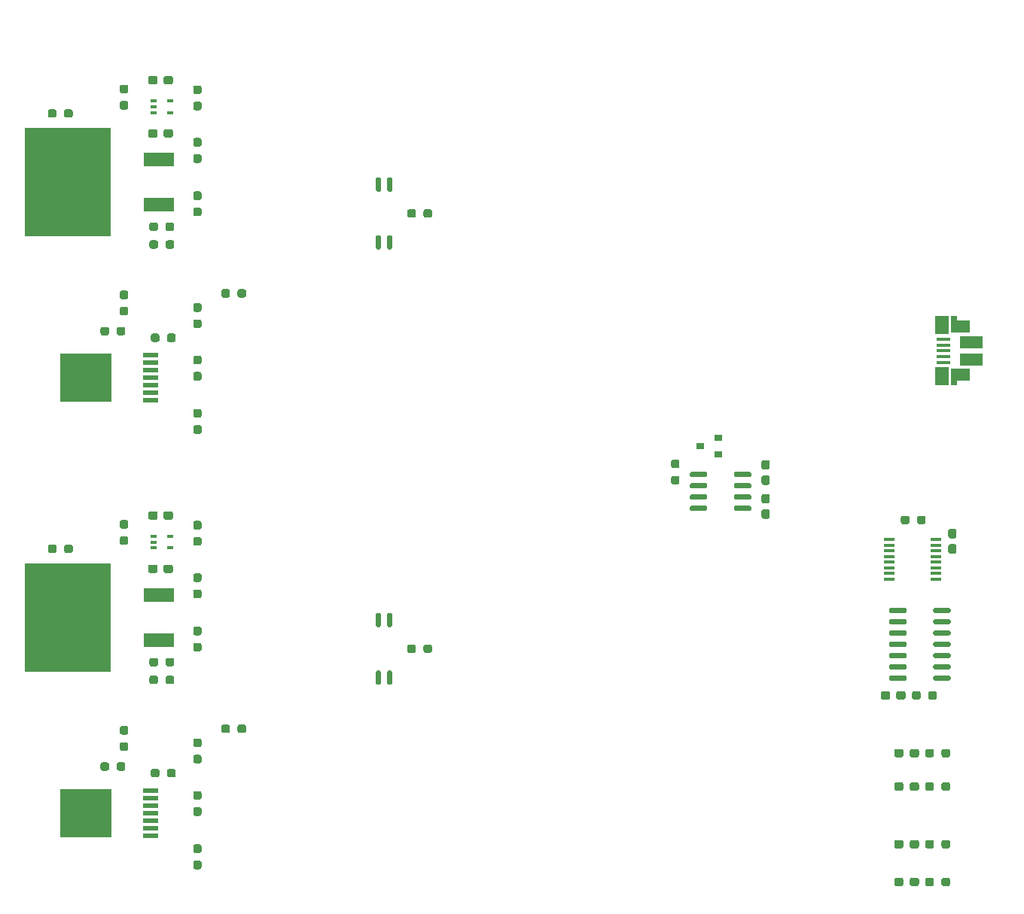
<source format=gbr>
%TF.GenerationSoftware,KiCad,Pcbnew,(5.1.10)-1*%
%TF.CreationDate,2021-11-13T17:44:38+00:00*%
%TF.ProjectId,voltmitten,766f6c74-6d69-4747-9465-6e2e6b696361,01*%
%TF.SameCoordinates,Original*%
%TF.FileFunction,Paste,Top*%
%TF.FilePolarity,Positive*%
%FSLAX46Y46*%
G04 Gerber Fmt 4.6, Leading zero omitted, Abs format (unit mm)*
G04 Created by KiCad (PCBNEW (5.1.10)-1) date 2021-11-13 17:44:38*
%MOMM*%
%LPD*%
G01*
G04 APERTURE LIST*
%ADD10R,0.650000X0.400000*%
%ADD11R,1.701800X0.558800*%
%ADD12R,5.867400X5.461000*%
%ADD13R,9.750000X12.200000*%
%ADD14R,3.500000X1.600000*%
%ADD15R,2.500000X1.430000*%
%ADD16R,1.650000X0.400000*%
%ADD17R,1.500000X2.000000*%
%ADD18R,0.700000X1.825000*%
%ADD19R,2.000000X1.350000*%
%ADD20R,0.900000X0.800000*%
%ADD21R,1.200000X0.400000*%
G04 APERTURE END LIST*
%TO.C,R7*%
G36*
G01*
X231732500Y-110907500D02*
X231732500Y-110432500D01*
G75*
G02*
X231970000Y-110195000I237500J0D01*
G01*
X232470000Y-110195000D01*
G75*
G02*
X232707500Y-110432500I0J-237500D01*
G01*
X232707500Y-110907500D01*
G75*
G02*
X232470000Y-111145000I-237500J0D01*
G01*
X231970000Y-111145000D01*
G75*
G02*
X231732500Y-110907500I0J237500D01*
G01*
G37*
G36*
G01*
X233557500Y-110907500D02*
X233557500Y-110432500D01*
G75*
G02*
X233795000Y-110195000I237500J0D01*
G01*
X234295000Y-110195000D01*
G75*
G02*
X234532500Y-110432500I0J-237500D01*
G01*
X234532500Y-110907500D01*
G75*
G02*
X234295000Y-111145000I-237500J0D01*
G01*
X233795000Y-111145000D01*
G75*
G02*
X233557500Y-110907500I0J237500D01*
G01*
G37*
%TD*%
%TO.C,C-1*%
G36*
G01*
X145832500Y-96657500D02*
X145832500Y-96182500D01*
G75*
G02*
X146070000Y-95945000I237500J0D01*
G01*
X146670000Y-95945000D01*
G75*
G02*
X146907500Y-96182500I0J-237500D01*
G01*
X146907500Y-96657500D01*
G75*
G02*
X146670000Y-96895000I-237500J0D01*
G01*
X146070000Y-96895000D01*
G75*
G02*
X145832500Y-96657500I0J237500D01*
G01*
G37*
G36*
G01*
X147557500Y-96657500D02*
X147557500Y-96182500D01*
G75*
G02*
X147795000Y-95945000I237500J0D01*
G01*
X148395000Y-95945000D01*
G75*
G02*
X148632500Y-96182500I0J-237500D01*
G01*
X148632500Y-96657500D01*
G75*
G02*
X148395000Y-96895000I-237500J0D01*
G01*
X147795000Y-96895000D01*
G75*
G02*
X147557500Y-96657500I0J237500D01*
G01*
G37*
%TD*%
%TO.C,C-2*%
G36*
G01*
X145832500Y-90657500D02*
X145832500Y-90182500D01*
G75*
G02*
X146070000Y-89945000I237500J0D01*
G01*
X146670000Y-89945000D01*
G75*
G02*
X146907500Y-90182500I0J-237500D01*
G01*
X146907500Y-90657500D01*
G75*
G02*
X146670000Y-90895000I-237500J0D01*
G01*
X146070000Y-90895000D01*
G75*
G02*
X145832500Y-90657500I0J237500D01*
G01*
G37*
G36*
G01*
X147557500Y-90657500D02*
X147557500Y-90182500D01*
G75*
G02*
X147795000Y-89945000I237500J0D01*
G01*
X148395000Y-89945000D01*
G75*
G02*
X148632500Y-90182500I0J-237500D01*
G01*
X148632500Y-90657500D01*
G75*
G02*
X148395000Y-90895000I-237500J0D01*
G01*
X147795000Y-90895000D01*
G75*
G02*
X147557500Y-90657500I0J237500D01*
G01*
G37*
%TD*%
%TO.C,R+1*%
G36*
G01*
X154057500Y-114657500D02*
X154057500Y-114182500D01*
G75*
G02*
X154295000Y-113945000I237500J0D01*
G01*
X154795000Y-113945000D01*
G75*
G02*
X155032500Y-114182500I0J-237500D01*
G01*
X155032500Y-114657500D01*
G75*
G02*
X154795000Y-114895000I-237500J0D01*
G01*
X154295000Y-114895000D01*
G75*
G02*
X154057500Y-114657500I0J237500D01*
G01*
G37*
G36*
G01*
X155882500Y-114657500D02*
X155882500Y-114182500D01*
G75*
G02*
X156120000Y-113945000I237500J0D01*
G01*
X156620000Y-113945000D01*
G75*
G02*
X156857500Y-114182500I0J-237500D01*
G01*
X156857500Y-114657500D01*
G75*
G02*
X156620000Y-114895000I-237500J0D01*
G01*
X156120000Y-114895000D01*
G75*
G02*
X155882500Y-114657500I0J237500D01*
G01*
G37*
%TD*%
%TO.C,R+2*%
G36*
G01*
X148932500Y-119182500D02*
X148932500Y-119657500D01*
G75*
G02*
X148695000Y-119895000I-237500J0D01*
G01*
X148195000Y-119895000D01*
G75*
G02*
X147957500Y-119657500I0J237500D01*
G01*
X147957500Y-119182500D01*
G75*
G02*
X148195000Y-118945000I237500J0D01*
G01*
X148695000Y-118945000D01*
G75*
G02*
X148932500Y-119182500I0J-237500D01*
G01*
G37*
G36*
G01*
X147107500Y-119182500D02*
X147107500Y-119657500D01*
G75*
G02*
X146870000Y-119895000I-237500J0D01*
G01*
X146370000Y-119895000D01*
G75*
G02*
X146132500Y-119657500I0J237500D01*
G01*
X146132500Y-119182500D01*
G75*
G02*
X146370000Y-118945000I237500J0D01*
G01*
X146870000Y-118945000D01*
G75*
G02*
X147107500Y-119182500I0J-237500D01*
G01*
G37*
%TD*%
%TO.C,R+A1*%
G36*
G01*
X151132500Y-127432500D02*
X151607500Y-127432500D01*
G75*
G02*
X151845000Y-127670000I0J-237500D01*
G01*
X151845000Y-128170000D01*
G75*
G02*
X151607500Y-128407500I-237500J0D01*
G01*
X151132500Y-128407500D01*
G75*
G02*
X150895000Y-128170000I0J237500D01*
G01*
X150895000Y-127670000D01*
G75*
G02*
X151132500Y-127432500I237500J0D01*
G01*
G37*
G36*
G01*
X151132500Y-129257500D02*
X151607500Y-129257500D01*
G75*
G02*
X151845000Y-129495000I0J-237500D01*
G01*
X151845000Y-129995000D01*
G75*
G02*
X151607500Y-130232500I-237500J0D01*
G01*
X151132500Y-130232500D01*
G75*
G02*
X150895000Y-129995000I0J237500D01*
G01*
X150895000Y-129495000D01*
G75*
G02*
X151132500Y-129257500I237500J0D01*
G01*
G37*
%TD*%
%TO.C,R-2*%
G36*
G01*
X148770000Y-108682500D02*
X148770000Y-109157500D01*
G75*
G02*
X148532500Y-109395000I-237500J0D01*
G01*
X148032500Y-109395000D01*
G75*
G02*
X147795000Y-109157500I0J237500D01*
G01*
X147795000Y-108682500D01*
G75*
G02*
X148032500Y-108445000I237500J0D01*
G01*
X148532500Y-108445000D01*
G75*
G02*
X148770000Y-108682500I0J-237500D01*
G01*
G37*
G36*
G01*
X146945000Y-108682500D02*
X146945000Y-109157500D01*
G75*
G02*
X146707500Y-109395000I-237500J0D01*
G01*
X146207500Y-109395000D01*
G75*
G02*
X145970000Y-109157500I0J237500D01*
G01*
X145970000Y-108682500D01*
G75*
G02*
X146207500Y-108445000I237500J0D01*
G01*
X146707500Y-108445000D01*
G75*
G02*
X146945000Y-108682500I0J-237500D01*
G01*
G37*
%TD*%
D10*
%TO.C,U-2*%
X146420000Y-92770000D03*
X146420000Y-94070000D03*
X146420000Y-93420000D03*
X148320000Y-94070000D03*
X148320000Y-92770000D03*
%TD*%
%TO.C,R-C1*%
G36*
G01*
X151607500Y-105732500D02*
X151132500Y-105732500D01*
G75*
G02*
X150895000Y-105495000I0J237500D01*
G01*
X150895000Y-104995000D01*
G75*
G02*
X151132500Y-104757500I237500J0D01*
G01*
X151607500Y-104757500D01*
G75*
G02*
X151845000Y-104995000I0J-237500D01*
G01*
X151845000Y-105495000D01*
G75*
G02*
X151607500Y-105732500I-237500J0D01*
G01*
G37*
G36*
G01*
X151607500Y-103907500D02*
X151132500Y-103907500D01*
G75*
G02*
X150895000Y-103670000I0J237500D01*
G01*
X150895000Y-103170000D01*
G75*
G02*
X151132500Y-102932500I237500J0D01*
G01*
X151607500Y-102932500D01*
G75*
G02*
X151845000Y-103170000I0J-237500D01*
G01*
X151845000Y-103670000D01*
G75*
G02*
X151607500Y-103907500I-237500J0D01*
G01*
G37*
%TD*%
%TO.C,U-1*%
G36*
G01*
X172867500Y-101370000D02*
X173142500Y-101370000D01*
G75*
G02*
X173280000Y-101507500I0J-137500D01*
G01*
X173280000Y-102832500D01*
G75*
G02*
X173142500Y-102970000I-137500J0D01*
G01*
X172867500Y-102970000D01*
G75*
G02*
X172730000Y-102832500I0J137500D01*
G01*
X172730000Y-101507500D01*
G75*
G02*
X172867500Y-101370000I137500J0D01*
G01*
G37*
G36*
G01*
X171597500Y-101370000D02*
X171872500Y-101370000D01*
G75*
G02*
X172010000Y-101507500I0J-137500D01*
G01*
X172010000Y-102832500D01*
G75*
G02*
X171872500Y-102970000I-137500J0D01*
G01*
X171597500Y-102970000D01*
G75*
G02*
X171460000Y-102832500I0J137500D01*
G01*
X171460000Y-101507500D01*
G75*
G02*
X171597500Y-101370000I137500J0D01*
G01*
G37*
G36*
G01*
X171597500Y-107870000D02*
X171872500Y-107870000D01*
G75*
G02*
X172010000Y-108007500I0J-137500D01*
G01*
X172010000Y-109332500D01*
G75*
G02*
X171872500Y-109470000I-137500J0D01*
G01*
X171597500Y-109470000D01*
G75*
G02*
X171460000Y-109332500I0J137500D01*
G01*
X171460000Y-108007500D01*
G75*
G02*
X171597500Y-107870000I137500J0D01*
G01*
G37*
G36*
G01*
X172867500Y-107870000D02*
X173142500Y-107870000D01*
G75*
G02*
X173280000Y-108007500I0J-137500D01*
G01*
X173280000Y-109332500D01*
G75*
G02*
X173142500Y-109470000I-137500J0D01*
G01*
X172867500Y-109470000D01*
G75*
G02*
X172730000Y-109332500I0J137500D01*
G01*
X172730000Y-108007500D01*
G75*
G02*
X172867500Y-107870000I137500J0D01*
G01*
G37*
%TD*%
D11*
%TO.C,U+1*%
X146072300Y-126470000D03*
X146072300Y-125619999D03*
X146072300Y-124770001D03*
X146072300Y-123920000D03*
X146072300Y-123069999D03*
X146072300Y-122220001D03*
X146072300Y-121370000D03*
D12*
X138858700Y-123920000D03*
%TD*%
D13*
%TO.C,Q-1*%
X136795000Y-101920000D03*
D14*
X147070000Y-104460000D03*
X147070000Y-99380000D03*
%TD*%
%TO.C,R+C1*%
G36*
G01*
X151132500Y-115520000D02*
X151607500Y-115520000D01*
G75*
G02*
X151845000Y-115757500I0J-237500D01*
G01*
X151845000Y-116257500D01*
G75*
G02*
X151607500Y-116495000I-237500J0D01*
G01*
X151132500Y-116495000D01*
G75*
G02*
X150895000Y-116257500I0J237500D01*
G01*
X150895000Y-115757500D01*
G75*
G02*
X151132500Y-115520000I237500J0D01*
G01*
G37*
G36*
G01*
X151132500Y-117345000D02*
X151607500Y-117345000D01*
G75*
G02*
X151845000Y-117582500I0J-237500D01*
G01*
X151845000Y-118082500D01*
G75*
G02*
X151607500Y-118320000I-237500J0D01*
G01*
X151132500Y-118320000D01*
G75*
G02*
X150895000Y-118082500I0J237500D01*
G01*
X150895000Y-117582500D01*
G75*
G02*
X151132500Y-117345000I237500J0D01*
G01*
G37*
%TD*%
%TO.C,R-3*%
G36*
G01*
X145970000Y-107157500D02*
X145970000Y-106682500D01*
G75*
G02*
X146207500Y-106445000I237500J0D01*
G01*
X146707500Y-106445000D01*
G75*
G02*
X146945000Y-106682500I0J-237500D01*
G01*
X146945000Y-107157500D01*
G75*
G02*
X146707500Y-107395000I-237500J0D01*
G01*
X146207500Y-107395000D01*
G75*
G02*
X145970000Y-107157500I0J237500D01*
G01*
G37*
G36*
G01*
X147795000Y-107157500D02*
X147795000Y-106682500D01*
G75*
G02*
X148032500Y-106445000I237500J0D01*
G01*
X148532500Y-106445000D01*
G75*
G02*
X148770000Y-106682500I0J-237500D01*
G01*
X148770000Y-107157500D01*
G75*
G02*
X148532500Y-107395000I-237500J0D01*
G01*
X148032500Y-107395000D01*
G75*
G02*
X147795000Y-107157500I0J237500D01*
G01*
G37*
%TD*%
%TO.C,R+B1*%
G36*
G01*
X151132500Y-121432500D02*
X151607500Y-121432500D01*
G75*
G02*
X151845000Y-121670000I0J-237500D01*
G01*
X151845000Y-122170000D01*
G75*
G02*
X151607500Y-122407500I-237500J0D01*
G01*
X151132500Y-122407500D01*
G75*
G02*
X150895000Y-122170000I0J237500D01*
G01*
X150895000Y-121670000D01*
G75*
G02*
X151132500Y-121432500I237500J0D01*
G01*
G37*
G36*
G01*
X151132500Y-123257500D02*
X151607500Y-123257500D01*
G75*
G02*
X151845000Y-123495000I0J-237500D01*
G01*
X151845000Y-123995000D01*
G75*
G02*
X151607500Y-124232500I-237500J0D01*
G01*
X151132500Y-124232500D01*
G75*
G02*
X150895000Y-123995000I0J237500D01*
G01*
X150895000Y-123495000D01*
G75*
G02*
X151132500Y-123257500I237500J0D01*
G01*
G37*
%TD*%
%TO.C,R-1*%
G36*
G01*
X174970000Y-105657500D02*
X174970000Y-105182500D01*
G75*
G02*
X175207500Y-104945000I237500J0D01*
G01*
X175707500Y-104945000D01*
G75*
G02*
X175945000Y-105182500I0J-237500D01*
G01*
X175945000Y-105657500D01*
G75*
G02*
X175707500Y-105895000I-237500J0D01*
G01*
X175207500Y-105895000D01*
G75*
G02*
X174970000Y-105657500I0J237500D01*
G01*
G37*
G36*
G01*
X176795000Y-105657500D02*
X176795000Y-105182500D01*
G75*
G02*
X177032500Y-104945000I237500J0D01*
G01*
X177532500Y-104945000D01*
G75*
G02*
X177770000Y-105182500I0J-237500D01*
G01*
X177770000Y-105657500D01*
G75*
G02*
X177532500Y-105895000I-237500J0D01*
G01*
X177032500Y-105895000D01*
G75*
G02*
X176795000Y-105657500I0J237500D01*
G01*
G37*
%TD*%
%TO.C,R-A1*%
G36*
G01*
X151607500Y-93820000D02*
X151132500Y-93820000D01*
G75*
G02*
X150895000Y-93582500I0J237500D01*
G01*
X150895000Y-93082500D01*
G75*
G02*
X151132500Y-92845000I237500J0D01*
G01*
X151607500Y-92845000D01*
G75*
G02*
X151845000Y-93082500I0J-237500D01*
G01*
X151845000Y-93582500D01*
G75*
G02*
X151607500Y-93820000I-237500J0D01*
G01*
G37*
G36*
G01*
X151607500Y-91995000D02*
X151132500Y-91995000D01*
G75*
G02*
X150895000Y-91757500I0J237500D01*
G01*
X150895000Y-91257500D01*
G75*
G02*
X151132500Y-91020000I237500J0D01*
G01*
X151607500Y-91020000D01*
G75*
G02*
X151845000Y-91257500I0J-237500D01*
G01*
X151845000Y-91757500D01*
G75*
G02*
X151607500Y-91995000I-237500J0D01*
G01*
G37*
%TD*%
%TO.C,R-B1*%
G36*
G01*
X151607500Y-99732500D02*
X151132500Y-99732500D01*
G75*
G02*
X150895000Y-99495000I0J237500D01*
G01*
X150895000Y-98995000D01*
G75*
G02*
X151132500Y-98757500I237500J0D01*
G01*
X151607500Y-98757500D01*
G75*
G02*
X151845000Y-98995000I0J-237500D01*
G01*
X151845000Y-99495000D01*
G75*
G02*
X151607500Y-99732500I-237500J0D01*
G01*
G37*
G36*
G01*
X151607500Y-97907500D02*
X151132500Y-97907500D01*
G75*
G02*
X150895000Y-97670000I0J237500D01*
G01*
X150895000Y-97170000D01*
G75*
G02*
X151132500Y-96932500I237500J0D01*
G01*
X151607500Y-96932500D01*
G75*
G02*
X151845000Y-97170000I0J-237500D01*
G01*
X151845000Y-97670000D01*
G75*
G02*
X151607500Y-97907500I-237500J0D01*
G01*
G37*
%TD*%
%TO.C,R-4*%
G36*
G01*
X142882500Y-90932500D02*
X143357500Y-90932500D01*
G75*
G02*
X143595000Y-91170000I0J-237500D01*
G01*
X143595000Y-91670000D01*
G75*
G02*
X143357500Y-91907500I-237500J0D01*
G01*
X142882500Y-91907500D01*
G75*
G02*
X142645000Y-91670000I0J237500D01*
G01*
X142645000Y-91170000D01*
G75*
G02*
X142882500Y-90932500I237500J0D01*
G01*
G37*
G36*
G01*
X142882500Y-92757500D02*
X143357500Y-92757500D01*
G75*
G02*
X143595000Y-92995000I0J-237500D01*
G01*
X143595000Y-93495000D01*
G75*
G02*
X143357500Y-93732500I-237500J0D01*
G01*
X142882500Y-93732500D01*
G75*
G02*
X142645000Y-93495000I0J237500D01*
G01*
X142645000Y-92995000D01*
G75*
G02*
X142882500Y-92757500I237500J0D01*
G01*
G37*
%TD*%
%TO.C,R-5*%
G36*
G01*
X137357500Y-93932500D02*
X137357500Y-94407500D01*
G75*
G02*
X137120000Y-94645000I-237500J0D01*
G01*
X136620000Y-94645000D01*
G75*
G02*
X136382500Y-94407500I0J237500D01*
G01*
X136382500Y-93932500D01*
G75*
G02*
X136620000Y-93695000I237500J0D01*
G01*
X137120000Y-93695000D01*
G75*
G02*
X137357500Y-93932500I0J-237500D01*
G01*
G37*
G36*
G01*
X135532500Y-93932500D02*
X135532500Y-94407500D01*
G75*
G02*
X135295000Y-94645000I-237500J0D01*
G01*
X134795000Y-94645000D01*
G75*
G02*
X134557500Y-94407500I0J237500D01*
G01*
X134557500Y-93932500D01*
G75*
G02*
X134795000Y-93695000I237500J0D01*
G01*
X135295000Y-93695000D01*
G75*
G02*
X135532500Y-93932500I0J-237500D01*
G01*
G37*
%TD*%
%TO.C,R+3*%
G36*
G01*
X143357500Y-115082500D02*
X142882500Y-115082500D01*
G75*
G02*
X142645000Y-114845000I0J237500D01*
G01*
X142645000Y-114345000D01*
G75*
G02*
X142882500Y-114107500I237500J0D01*
G01*
X143357500Y-114107500D01*
G75*
G02*
X143595000Y-114345000I0J-237500D01*
G01*
X143595000Y-114845000D01*
G75*
G02*
X143357500Y-115082500I-237500J0D01*
G01*
G37*
G36*
G01*
X143357500Y-116907500D02*
X142882500Y-116907500D01*
G75*
G02*
X142645000Y-116670000I0J237500D01*
G01*
X142645000Y-116170000D01*
G75*
G02*
X142882500Y-115932500I237500J0D01*
G01*
X143357500Y-115932500D01*
G75*
G02*
X143595000Y-116170000I0J-237500D01*
G01*
X143595000Y-116670000D01*
G75*
G02*
X143357500Y-116907500I-237500J0D01*
G01*
G37*
%TD*%
%TO.C,R+4*%
G36*
G01*
X140470000Y-118907500D02*
X140470000Y-118432500D01*
G75*
G02*
X140707500Y-118195000I237500J0D01*
G01*
X141207500Y-118195000D01*
G75*
G02*
X141445000Y-118432500I0J-237500D01*
G01*
X141445000Y-118907500D01*
G75*
G02*
X141207500Y-119145000I-237500J0D01*
G01*
X140707500Y-119145000D01*
G75*
G02*
X140470000Y-118907500I0J237500D01*
G01*
G37*
G36*
G01*
X142295000Y-118907500D02*
X142295000Y-118432500D01*
G75*
G02*
X142532500Y-118195000I237500J0D01*
G01*
X143032500Y-118195000D01*
G75*
G02*
X143270000Y-118432500I0J-237500D01*
G01*
X143270000Y-118907500D01*
G75*
G02*
X143032500Y-119145000I-237500J0D01*
G01*
X142532500Y-119145000D01*
G75*
G02*
X142295000Y-118907500I0J237500D01*
G01*
G37*
%TD*%
D15*
%TO.C,J1*%
X238380000Y-70910000D03*
X238380000Y-72830000D03*
D16*
X235230000Y-70570000D03*
X235230000Y-71220000D03*
X235230000Y-71870000D03*
X235230000Y-72520000D03*
X235230000Y-73170000D03*
D17*
X235110000Y-68970000D03*
X235130000Y-74720000D03*
D18*
X236430000Y-68870000D03*
X236430000Y-74820000D03*
D19*
X237180000Y-74600000D03*
X237180000Y-69120000D03*
%TD*%
%TO.C,C3*%
G36*
G01*
X229295000Y-110432500D02*
X229295000Y-110907500D01*
G75*
G02*
X229057500Y-111145000I-237500J0D01*
G01*
X228457500Y-111145000D01*
G75*
G02*
X228220000Y-110907500I0J237500D01*
G01*
X228220000Y-110432500D01*
G75*
G02*
X228457500Y-110195000I237500J0D01*
G01*
X229057500Y-110195000D01*
G75*
G02*
X229295000Y-110432500I0J-237500D01*
G01*
G37*
G36*
G01*
X231020000Y-110432500D02*
X231020000Y-110907500D01*
G75*
G02*
X230782500Y-111145000I-237500J0D01*
G01*
X230182500Y-111145000D01*
G75*
G02*
X229945000Y-110907500I0J237500D01*
G01*
X229945000Y-110432500D01*
G75*
G02*
X230182500Y-110195000I237500J0D01*
G01*
X230782500Y-110195000D01*
G75*
G02*
X231020000Y-110432500I0J-237500D01*
G01*
G37*
%TD*%
%TO.C,U3*%
G36*
G01*
X231120000Y-108580000D02*
X231120000Y-108880000D01*
G75*
G02*
X230970000Y-109030000I-150000J0D01*
G01*
X229320000Y-109030000D01*
G75*
G02*
X229170000Y-108880000I0J150000D01*
G01*
X229170000Y-108580000D01*
G75*
G02*
X229320000Y-108430000I150000J0D01*
G01*
X230970000Y-108430000D01*
G75*
G02*
X231120000Y-108580000I0J-150000D01*
G01*
G37*
G36*
G01*
X231120000Y-107310000D02*
X231120000Y-107610000D01*
G75*
G02*
X230970000Y-107760000I-150000J0D01*
G01*
X229320000Y-107760000D01*
G75*
G02*
X229170000Y-107610000I0J150000D01*
G01*
X229170000Y-107310000D01*
G75*
G02*
X229320000Y-107160000I150000J0D01*
G01*
X230970000Y-107160000D01*
G75*
G02*
X231120000Y-107310000I0J-150000D01*
G01*
G37*
G36*
G01*
X231120000Y-106040000D02*
X231120000Y-106340000D01*
G75*
G02*
X230970000Y-106490000I-150000J0D01*
G01*
X229320000Y-106490000D01*
G75*
G02*
X229170000Y-106340000I0J150000D01*
G01*
X229170000Y-106040000D01*
G75*
G02*
X229320000Y-105890000I150000J0D01*
G01*
X230970000Y-105890000D01*
G75*
G02*
X231120000Y-106040000I0J-150000D01*
G01*
G37*
G36*
G01*
X231120000Y-104770000D02*
X231120000Y-105070000D01*
G75*
G02*
X230970000Y-105220000I-150000J0D01*
G01*
X229320000Y-105220000D01*
G75*
G02*
X229170000Y-105070000I0J150000D01*
G01*
X229170000Y-104770000D01*
G75*
G02*
X229320000Y-104620000I150000J0D01*
G01*
X230970000Y-104620000D01*
G75*
G02*
X231120000Y-104770000I0J-150000D01*
G01*
G37*
G36*
G01*
X231120000Y-103500000D02*
X231120000Y-103800000D01*
G75*
G02*
X230970000Y-103950000I-150000J0D01*
G01*
X229320000Y-103950000D01*
G75*
G02*
X229170000Y-103800000I0J150000D01*
G01*
X229170000Y-103500000D01*
G75*
G02*
X229320000Y-103350000I150000J0D01*
G01*
X230970000Y-103350000D01*
G75*
G02*
X231120000Y-103500000I0J-150000D01*
G01*
G37*
G36*
G01*
X231120000Y-102230000D02*
X231120000Y-102530000D01*
G75*
G02*
X230970000Y-102680000I-150000J0D01*
G01*
X229320000Y-102680000D01*
G75*
G02*
X229170000Y-102530000I0J150000D01*
G01*
X229170000Y-102230000D01*
G75*
G02*
X229320000Y-102080000I150000J0D01*
G01*
X230970000Y-102080000D01*
G75*
G02*
X231120000Y-102230000I0J-150000D01*
G01*
G37*
G36*
G01*
X231120000Y-100960000D02*
X231120000Y-101260000D01*
G75*
G02*
X230970000Y-101410000I-150000J0D01*
G01*
X229320000Y-101410000D01*
G75*
G02*
X229170000Y-101260000I0J150000D01*
G01*
X229170000Y-100960000D01*
G75*
G02*
X229320000Y-100810000I150000J0D01*
G01*
X230970000Y-100810000D01*
G75*
G02*
X231120000Y-100960000I0J-150000D01*
G01*
G37*
G36*
G01*
X236070000Y-100960000D02*
X236070000Y-101260000D01*
G75*
G02*
X235920000Y-101410000I-150000J0D01*
G01*
X234270000Y-101410000D01*
G75*
G02*
X234120000Y-101260000I0J150000D01*
G01*
X234120000Y-100960000D01*
G75*
G02*
X234270000Y-100810000I150000J0D01*
G01*
X235920000Y-100810000D01*
G75*
G02*
X236070000Y-100960000I0J-150000D01*
G01*
G37*
G36*
G01*
X236070000Y-102230000D02*
X236070000Y-102530000D01*
G75*
G02*
X235920000Y-102680000I-150000J0D01*
G01*
X234270000Y-102680000D01*
G75*
G02*
X234120000Y-102530000I0J150000D01*
G01*
X234120000Y-102230000D01*
G75*
G02*
X234270000Y-102080000I150000J0D01*
G01*
X235920000Y-102080000D01*
G75*
G02*
X236070000Y-102230000I0J-150000D01*
G01*
G37*
G36*
G01*
X236070000Y-103500000D02*
X236070000Y-103800000D01*
G75*
G02*
X235920000Y-103950000I-150000J0D01*
G01*
X234270000Y-103950000D01*
G75*
G02*
X234120000Y-103800000I0J150000D01*
G01*
X234120000Y-103500000D01*
G75*
G02*
X234270000Y-103350000I150000J0D01*
G01*
X235920000Y-103350000D01*
G75*
G02*
X236070000Y-103500000I0J-150000D01*
G01*
G37*
G36*
G01*
X236070000Y-104770000D02*
X236070000Y-105070000D01*
G75*
G02*
X235920000Y-105220000I-150000J0D01*
G01*
X234270000Y-105220000D01*
G75*
G02*
X234120000Y-105070000I0J150000D01*
G01*
X234120000Y-104770000D01*
G75*
G02*
X234270000Y-104620000I150000J0D01*
G01*
X235920000Y-104620000D01*
G75*
G02*
X236070000Y-104770000I0J-150000D01*
G01*
G37*
G36*
G01*
X236070000Y-106040000D02*
X236070000Y-106340000D01*
G75*
G02*
X235920000Y-106490000I-150000J0D01*
G01*
X234270000Y-106490000D01*
G75*
G02*
X234120000Y-106340000I0J150000D01*
G01*
X234120000Y-106040000D01*
G75*
G02*
X234270000Y-105890000I150000J0D01*
G01*
X235920000Y-105890000D01*
G75*
G02*
X236070000Y-106040000I0J-150000D01*
G01*
G37*
G36*
G01*
X236070000Y-107310000D02*
X236070000Y-107610000D01*
G75*
G02*
X235920000Y-107760000I-150000J0D01*
G01*
X234270000Y-107760000D01*
G75*
G02*
X234120000Y-107610000I0J150000D01*
G01*
X234120000Y-107310000D01*
G75*
G02*
X234270000Y-107160000I150000J0D01*
G01*
X235920000Y-107160000D01*
G75*
G02*
X236070000Y-107310000I0J-150000D01*
G01*
G37*
G36*
G01*
X236070000Y-108580000D02*
X236070000Y-108880000D01*
G75*
G02*
X235920000Y-109030000I-150000J0D01*
G01*
X234270000Y-109030000D01*
G75*
G02*
X234120000Y-108880000I0J150000D01*
G01*
X234120000Y-108580000D01*
G75*
G02*
X234270000Y-108430000I150000J0D01*
G01*
X235920000Y-108430000D01*
G75*
G02*
X236070000Y-108580000I0J-150000D01*
G01*
G37*
%TD*%
%TO.C,R+4*%
G36*
G01*
X142295000Y-69907500D02*
X142295000Y-69432500D01*
G75*
G02*
X142532500Y-69195000I237500J0D01*
G01*
X143032500Y-69195000D01*
G75*
G02*
X143270000Y-69432500I0J-237500D01*
G01*
X143270000Y-69907500D01*
G75*
G02*
X143032500Y-70145000I-237500J0D01*
G01*
X142532500Y-70145000D01*
G75*
G02*
X142295000Y-69907500I0J237500D01*
G01*
G37*
G36*
G01*
X140470000Y-69907500D02*
X140470000Y-69432500D01*
G75*
G02*
X140707500Y-69195000I237500J0D01*
G01*
X141207500Y-69195000D01*
G75*
G02*
X141445000Y-69432500I0J-237500D01*
G01*
X141445000Y-69907500D01*
G75*
G02*
X141207500Y-70145000I-237500J0D01*
G01*
X140707500Y-70145000D01*
G75*
G02*
X140470000Y-69907500I0J237500D01*
G01*
G37*
%TD*%
%TO.C,R+3*%
G36*
G01*
X143357500Y-67907500D02*
X142882500Y-67907500D01*
G75*
G02*
X142645000Y-67670000I0J237500D01*
G01*
X142645000Y-67170000D01*
G75*
G02*
X142882500Y-66932500I237500J0D01*
G01*
X143357500Y-66932500D01*
G75*
G02*
X143595000Y-67170000I0J-237500D01*
G01*
X143595000Y-67670000D01*
G75*
G02*
X143357500Y-67907500I-237500J0D01*
G01*
G37*
G36*
G01*
X143357500Y-66082500D02*
X142882500Y-66082500D01*
G75*
G02*
X142645000Y-65845000I0J237500D01*
G01*
X142645000Y-65345000D01*
G75*
G02*
X142882500Y-65107500I237500J0D01*
G01*
X143357500Y-65107500D01*
G75*
G02*
X143595000Y-65345000I0J-237500D01*
G01*
X143595000Y-65845000D01*
G75*
G02*
X143357500Y-66082500I-237500J0D01*
G01*
G37*
%TD*%
%TO.C,R5*%
G36*
G01*
X231445000Y-90682500D02*
X231445000Y-91157500D01*
G75*
G02*
X231207500Y-91395000I-237500J0D01*
G01*
X230707500Y-91395000D01*
G75*
G02*
X230470000Y-91157500I0J237500D01*
G01*
X230470000Y-90682500D01*
G75*
G02*
X230707500Y-90445000I237500J0D01*
G01*
X231207500Y-90445000D01*
G75*
G02*
X231445000Y-90682500I0J-237500D01*
G01*
G37*
G36*
G01*
X233270000Y-90682500D02*
X233270000Y-91157500D01*
G75*
G02*
X233032500Y-91395000I-237500J0D01*
G01*
X232532500Y-91395000D01*
G75*
G02*
X232295000Y-91157500I0J237500D01*
G01*
X232295000Y-90682500D01*
G75*
G02*
X232532500Y-90445000I237500J0D01*
G01*
X233032500Y-90445000D01*
G75*
G02*
X233270000Y-90682500I0J-237500D01*
G01*
G37*
%TD*%
%TO.C,R4*%
G36*
G01*
X235045000Y-117407500D02*
X235045000Y-116932500D01*
G75*
G02*
X235282500Y-116695000I237500J0D01*
G01*
X235782500Y-116695000D01*
G75*
G02*
X236020000Y-116932500I0J-237500D01*
G01*
X236020000Y-117407500D01*
G75*
G02*
X235782500Y-117645000I-237500J0D01*
G01*
X235282500Y-117645000D01*
G75*
G02*
X235045000Y-117407500I0J237500D01*
G01*
G37*
G36*
G01*
X233220000Y-117407500D02*
X233220000Y-116932500D01*
G75*
G02*
X233457500Y-116695000I237500J0D01*
G01*
X233957500Y-116695000D01*
G75*
G02*
X234195000Y-116932500I0J-237500D01*
G01*
X234195000Y-117407500D01*
G75*
G02*
X233957500Y-117645000I-237500J0D01*
G01*
X233457500Y-117645000D01*
G75*
G02*
X233220000Y-117407500I0J237500D01*
G01*
G37*
%TD*%
%TO.C,R3*%
G36*
G01*
X235045000Y-121157500D02*
X235045000Y-120682500D01*
G75*
G02*
X235282500Y-120445000I237500J0D01*
G01*
X235782500Y-120445000D01*
G75*
G02*
X236020000Y-120682500I0J-237500D01*
G01*
X236020000Y-121157500D01*
G75*
G02*
X235782500Y-121395000I-237500J0D01*
G01*
X235282500Y-121395000D01*
G75*
G02*
X235045000Y-121157500I0J237500D01*
G01*
G37*
G36*
G01*
X233220000Y-121157500D02*
X233220000Y-120682500D01*
G75*
G02*
X233457500Y-120445000I237500J0D01*
G01*
X233957500Y-120445000D01*
G75*
G02*
X234195000Y-120682500I0J-237500D01*
G01*
X234195000Y-121157500D01*
G75*
G02*
X233957500Y-121395000I-237500J0D01*
G01*
X233457500Y-121395000D01*
G75*
G02*
X233220000Y-121157500I0J237500D01*
G01*
G37*
%TD*%
%TO.C,R2*%
G36*
G01*
X234195000Y-127182500D02*
X234195000Y-127657500D01*
G75*
G02*
X233957500Y-127895000I-237500J0D01*
G01*
X233457500Y-127895000D01*
G75*
G02*
X233220000Y-127657500I0J237500D01*
G01*
X233220000Y-127182500D01*
G75*
G02*
X233457500Y-126945000I237500J0D01*
G01*
X233957500Y-126945000D01*
G75*
G02*
X234195000Y-127182500I0J-237500D01*
G01*
G37*
G36*
G01*
X236020000Y-127182500D02*
X236020000Y-127657500D01*
G75*
G02*
X235782500Y-127895000I-237500J0D01*
G01*
X235282500Y-127895000D01*
G75*
G02*
X235045000Y-127657500I0J237500D01*
G01*
X235045000Y-127182500D01*
G75*
G02*
X235282500Y-126945000I237500J0D01*
G01*
X235782500Y-126945000D01*
G75*
G02*
X236020000Y-127182500I0J-237500D01*
G01*
G37*
%TD*%
%TO.C,R1*%
G36*
G01*
X234195000Y-131432500D02*
X234195000Y-131907500D01*
G75*
G02*
X233957500Y-132145000I-237500J0D01*
G01*
X233457500Y-132145000D01*
G75*
G02*
X233220000Y-131907500I0J237500D01*
G01*
X233220000Y-131432500D01*
G75*
G02*
X233457500Y-131195000I237500J0D01*
G01*
X233957500Y-131195000D01*
G75*
G02*
X234195000Y-131432500I0J-237500D01*
G01*
G37*
G36*
G01*
X236020000Y-131432500D02*
X236020000Y-131907500D01*
G75*
G02*
X235782500Y-132145000I-237500J0D01*
G01*
X235282500Y-132145000D01*
G75*
G02*
X235045000Y-131907500I0J237500D01*
G01*
X235045000Y-131432500D01*
G75*
G02*
X235282500Y-131195000I237500J0D01*
G01*
X235782500Y-131195000D01*
G75*
G02*
X236020000Y-131432500I0J-237500D01*
G01*
G37*
%TD*%
%TO.C,D4*%
G36*
G01*
X230770000Y-116932500D02*
X230770000Y-117407500D01*
G75*
G02*
X230532500Y-117645000I-237500J0D01*
G01*
X229957500Y-117645000D01*
G75*
G02*
X229720000Y-117407500I0J237500D01*
G01*
X229720000Y-116932500D01*
G75*
G02*
X229957500Y-116695000I237500J0D01*
G01*
X230532500Y-116695000D01*
G75*
G02*
X230770000Y-116932500I0J-237500D01*
G01*
G37*
G36*
G01*
X232520000Y-116932500D02*
X232520000Y-117407500D01*
G75*
G02*
X232282500Y-117645000I-237500J0D01*
G01*
X231707500Y-117645000D01*
G75*
G02*
X231470000Y-117407500I0J237500D01*
G01*
X231470000Y-116932500D01*
G75*
G02*
X231707500Y-116695000I237500J0D01*
G01*
X232282500Y-116695000D01*
G75*
G02*
X232520000Y-116932500I0J-237500D01*
G01*
G37*
%TD*%
%TO.C,D3*%
G36*
G01*
X230770000Y-120682500D02*
X230770000Y-121157500D01*
G75*
G02*
X230532500Y-121395000I-237500J0D01*
G01*
X229957500Y-121395000D01*
G75*
G02*
X229720000Y-121157500I0J237500D01*
G01*
X229720000Y-120682500D01*
G75*
G02*
X229957500Y-120445000I237500J0D01*
G01*
X230532500Y-120445000D01*
G75*
G02*
X230770000Y-120682500I0J-237500D01*
G01*
G37*
G36*
G01*
X232520000Y-120682500D02*
X232520000Y-121157500D01*
G75*
G02*
X232282500Y-121395000I-237500J0D01*
G01*
X231707500Y-121395000D01*
G75*
G02*
X231470000Y-121157500I0J237500D01*
G01*
X231470000Y-120682500D01*
G75*
G02*
X231707500Y-120445000I237500J0D01*
G01*
X232282500Y-120445000D01*
G75*
G02*
X232520000Y-120682500I0J-237500D01*
G01*
G37*
%TD*%
%TO.C,D2*%
G36*
G01*
X230770000Y-127182500D02*
X230770000Y-127657500D01*
G75*
G02*
X230532500Y-127895000I-237500J0D01*
G01*
X229957500Y-127895000D01*
G75*
G02*
X229720000Y-127657500I0J237500D01*
G01*
X229720000Y-127182500D01*
G75*
G02*
X229957500Y-126945000I237500J0D01*
G01*
X230532500Y-126945000D01*
G75*
G02*
X230770000Y-127182500I0J-237500D01*
G01*
G37*
G36*
G01*
X232520000Y-127182500D02*
X232520000Y-127657500D01*
G75*
G02*
X232282500Y-127895000I-237500J0D01*
G01*
X231707500Y-127895000D01*
G75*
G02*
X231470000Y-127657500I0J237500D01*
G01*
X231470000Y-127182500D01*
G75*
G02*
X231707500Y-126945000I237500J0D01*
G01*
X232282500Y-126945000D01*
G75*
G02*
X232520000Y-127182500I0J-237500D01*
G01*
G37*
%TD*%
%TO.C,D1*%
G36*
G01*
X230770000Y-131432500D02*
X230770000Y-131907500D01*
G75*
G02*
X230532500Y-132145000I-237500J0D01*
G01*
X229957500Y-132145000D01*
G75*
G02*
X229720000Y-131907500I0J237500D01*
G01*
X229720000Y-131432500D01*
G75*
G02*
X229957500Y-131195000I237500J0D01*
G01*
X230532500Y-131195000D01*
G75*
G02*
X230770000Y-131432500I0J-237500D01*
G01*
G37*
G36*
G01*
X232520000Y-131432500D02*
X232520000Y-131907500D01*
G75*
G02*
X232282500Y-132145000I-237500J0D01*
G01*
X231707500Y-132145000D01*
G75*
G02*
X231470000Y-131907500I0J237500D01*
G01*
X231470000Y-131432500D01*
G75*
G02*
X231707500Y-131195000I237500J0D01*
G01*
X232282500Y-131195000D01*
G75*
G02*
X232520000Y-131432500I0J-237500D01*
G01*
G37*
%TD*%
%TO.C,R-5*%
G36*
G01*
X135532500Y-44932500D02*
X135532500Y-45407500D01*
G75*
G02*
X135295000Y-45645000I-237500J0D01*
G01*
X134795000Y-45645000D01*
G75*
G02*
X134557500Y-45407500I0J237500D01*
G01*
X134557500Y-44932500D01*
G75*
G02*
X134795000Y-44695000I237500J0D01*
G01*
X135295000Y-44695000D01*
G75*
G02*
X135532500Y-44932500I0J-237500D01*
G01*
G37*
G36*
G01*
X137357500Y-44932500D02*
X137357500Y-45407500D01*
G75*
G02*
X137120000Y-45645000I-237500J0D01*
G01*
X136620000Y-45645000D01*
G75*
G02*
X136382500Y-45407500I0J237500D01*
G01*
X136382500Y-44932500D01*
G75*
G02*
X136620000Y-44695000I237500J0D01*
G01*
X137120000Y-44695000D01*
G75*
G02*
X137357500Y-44932500I0J-237500D01*
G01*
G37*
%TD*%
%TO.C,R-4*%
G36*
G01*
X142882500Y-43757500D02*
X143357500Y-43757500D01*
G75*
G02*
X143595000Y-43995000I0J-237500D01*
G01*
X143595000Y-44495000D01*
G75*
G02*
X143357500Y-44732500I-237500J0D01*
G01*
X142882500Y-44732500D01*
G75*
G02*
X142645000Y-44495000I0J237500D01*
G01*
X142645000Y-43995000D01*
G75*
G02*
X142882500Y-43757500I237500J0D01*
G01*
G37*
G36*
G01*
X142882500Y-41932500D02*
X143357500Y-41932500D01*
G75*
G02*
X143595000Y-42170000I0J-237500D01*
G01*
X143595000Y-42670000D01*
G75*
G02*
X143357500Y-42907500I-237500J0D01*
G01*
X142882500Y-42907500D01*
G75*
G02*
X142645000Y-42670000I0J237500D01*
G01*
X142645000Y-42170000D01*
G75*
G02*
X142882500Y-41932500I237500J0D01*
G01*
G37*
%TD*%
D10*
%TO.C,U-2*%
X148320000Y-43770000D03*
X148320000Y-45070000D03*
X146420000Y-44420000D03*
X146420000Y-45070000D03*
X146420000Y-43770000D03*
%TD*%
%TO.C,U-1*%
G36*
G01*
X172867500Y-58870000D02*
X173142500Y-58870000D01*
G75*
G02*
X173280000Y-59007500I0J-137500D01*
G01*
X173280000Y-60332500D01*
G75*
G02*
X173142500Y-60470000I-137500J0D01*
G01*
X172867500Y-60470000D01*
G75*
G02*
X172730000Y-60332500I0J137500D01*
G01*
X172730000Y-59007500D01*
G75*
G02*
X172867500Y-58870000I137500J0D01*
G01*
G37*
G36*
G01*
X171597500Y-58870000D02*
X171872500Y-58870000D01*
G75*
G02*
X172010000Y-59007500I0J-137500D01*
G01*
X172010000Y-60332500D01*
G75*
G02*
X171872500Y-60470000I-137500J0D01*
G01*
X171597500Y-60470000D01*
G75*
G02*
X171460000Y-60332500I0J137500D01*
G01*
X171460000Y-59007500D01*
G75*
G02*
X171597500Y-58870000I137500J0D01*
G01*
G37*
G36*
G01*
X171597500Y-52370000D02*
X171872500Y-52370000D01*
G75*
G02*
X172010000Y-52507500I0J-137500D01*
G01*
X172010000Y-53832500D01*
G75*
G02*
X171872500Y-53970000I-137500J0D01*
G01*
X171597500Y-53970000D01*
G75*
G02*
X171460000Y-53832500I0J137500D01*
G01*
X171460000Y-52507500D01*
G75*
G02*
X171597500Y-52370000I137500J0D01*
G01*
G37*
G36*
G01*
X172867500Y-52370000D02*
X173142500Y-52370000D01*
G75*
G02*
X173280000Y-52507500I0J-137500D01*
G01*
X173280000Y-53832500D01*
G75*
G02*
X173142500Y-53970000I-137500J0D01*
G01*
X172867500Y-53970000D01*
G75*
G02*
X172730000Y-53832500I0J137500D01*
G01*
X172730000Y-52507500D01*
G75*
G02*
X172867500Y-52370000I137500J0D01*
G01*
G37*
%TD*%
D12*
%TO.C,U+1*%
X138858700Y-74920000D03*
D11*
X146072300Y-72370000D03*
X146072300Y-73220001D03*
X146072300Y-74069999D03*
X146072300Y-74920000D03*
X146072300Y-75770001D03*
X146072300Y-76619999D03*
X146072300Y-77470000D03*
%TD*%
%TO.C,R-C1*%
G36*
G01*
X151607500Y-54907500D02*
X151132500Y-54907500D01*
G75*
G02*
X150895000Y-54670000I0J237500D01*
G01*
X150895000Y-54170000D01*
G75*
G02*
X151132500Y-53932500I237500J0D01*
G01*
X151607500Y-53932500D01*
G75*
G02*
X151845000Y-54170000I0J-237500D01*
G01*
X151845000Y-54670000D01*
G75*
G02*
X151607500Y-54907500I-237500J0D01*
G01*
G37*
G36*
G01*
X151607500Y-56732500D02*
X151132500Y-56732500D01*
G75*
G02*
X150895000Y-56495000I0J237500D01*
G01*
X150895000Y-55995000D01*
G75*
G02*
X151132500Y-55757500I237500J0D01*
G01*
X151607500Y-55757500D01*
G75*
G02*
X151845000Y-55995000I0J-237500D01*
G01*
X151845000Y-56495000D01*
G75*
G02*
X151607500Y-56732500I-237500J0D01*
G01*
G37*
%TD*%
%TO.C,R-B1*%
G36*
G01*
X151607500Y-48907500D02*
X151132500Y-48907500D01*
G75*
G02*
X150895000Y-48670000I0J237500D01*
G01*
X150895000Y-48170000D01*
G75*
G02*
X151132500Y-47932500I237500J0D01*
G01*
X151607500Y-47932500D01*
G75*
G02*
X151845000Y-48170000I0J-237500D01*
G01*
X151845000Y-48670000D01*
G75*
G02*
X151607500Y-48907500I-237500J0D01*
G01*
G37*
G36*
G01*
X151607500Y-50732500D02*
X151132500Y-50732500D01*
G75*
G02*
X150895000Y-50495000I0J237500D01*
G01*
X150895000Y-49995000D01*
G75*
G02*
X151132500Y-49757500I237500J0D01*
G01*
X151607500Y-49757500D01*
G75*
G02*
X151845000Y-49995000I0J-237500D01*
G01*
X151845000Y-50495000D01*
G75*
G02*
X151607500Y-50732500I-237500J0D01*
G01*
G37*
%TD*%
%TO.C,R-A1*%
G36*
G01*
X151607500Y-42995000D02*
X151132500Y-42995000D01*
G75*
G02*
X150895000Y-42757500I0J237500D01*
G01*
X150895000Y-42257500D01*
G75*
G02*
X151132500Y-42020000I237500J0D01*
G01*
X151607500Y-42020000D01*
G75*
G02*
X151845000Y-42257500I0J-237500D01*
G01*
X151845000Y-42757500D01*
G75*
G02*
X151607500Y-42995000I-237500J0D01*
G01*
G37*
G36*
G01*
X151607500Y-44820000D02*
X151132500Y-44820000D01*
G75*
G02*
X150895000Y-44582500I0J237500D01*
G01*
X150895000Y-44082500D01*
G75*
G02*
X151132500Y-43845000I237500J0D01*
G01*
X151607500Y-43845000D01*
G75*
G02*
X151845000Y-44082500I0J-237500D01*
G01*
X151845000Y-44582500D01*
G75*
G02*
X151607500Y-44820000I-237500J0D01*
G01*
G37*
%TD*%
%TO.C,R-3*%
G36*
G01*
X147795000Y-58157500D02*
X147795000Y-57682500D01*
G75*
G02*
X148032500Y-57445000I237500J0D01*
G01*
X148532500Y-57445000D01*
G75*
G02*
X148770000Y-57682500I0J-237500D01*
G01*
X148770000Y-58157500D01*
G75*
G02*
X148532500Y-58395000I-237500J0D01*
G01*
X148032500Y-58395000D01*
G75*
G02*
X147795000Y-58157500I0J237500D01*
G01*
G37*
G36*
G01*
X145970000Y-58157500D02*
X145970000Y-57682500D01*
G75*
G02*
X146207500Y-57445000I237500J0D01*
G01*
X146707500Y-57445000D01*
G75*
G02*
X146945000Y-57682500I0J-237500D01*
G01*
X146945000Y-58157500D01*
G75*
G02*
X146707500Y-58395000I-237500J0D01*
G01*
X146207500Y-58395000D01*
G75*
G02*
X145970000Y-58157500I0J237500D01*
G01*
G37*
%TD*%
%TO.C,R-2*%
G36*
G01*
X146945000Y-59682500D02*
X146945000Y-60157500D01*
G75*
G02*
X146707500Y-60395000I-237500J0D01*
G01*
X146207500Y-60395000D01*
G75*
G02*
X145970000Y-60157500I0J237500D01*
G01*
X145970000Y-59682500D01*
G75*
G02*
X146207500Y-59445000I237500J0D01*
G01*
X146707500Y-59445000D01*
G75*
G02*
X146945000Y-59682500I0J-237500D01*
G01*
G37*
G36*
G01*
X148770000Y-59682500D02*
X148770000Y-60157500D01*
G75*
G02*
X148532500Y-60395000I-237500J0D01*
G01*
X148032500Y-60395000D01*
G75*
G02*
X147795000Y-60157500I0J237500D01*
G01*
X147795000Y-59682500D01*
G75*
G02*
X148032500Y-59445000I237500J0D01*
G01*
X148532500Y-59445000D01*
G75*
G02*
X148770000Y-59682500I0J-237500D01*
G01*
G37*
%TD*%
%TO.C,R-1*%
G36*
G01*
X176795000Y-56657500D02*
X176795000Y-56182500D01*
G75*
G02*
X177032500Y-55945000I237500J0D01*
G01*
X177532500Y-55945000D01*
G75*
G02*
X177770000Y-56182500I0J-237500D01*
G01*
X177770000Y-56657500D01*
G75*
G02*
X177532500Y-56895000I-237500J0D01*
G01*
X177032500Y-56895000D01*
G75*
G02*
X176795000Y-56657500I0J237500D01*
G01*
G37*
G36*
G01*
X174970000Y-56657500D02*
X174970000Y-56182500D01*
G75*
G02*
X175207500Y-55945000I237500J0D01*
G01*
X175707500Y-55945000D01*
G75*
G02*
X175945000Y-56182500I0J-237500D01*
G01*
X175945000Y-56657500D01*
G75*
G02*
X175707500Y-56895000I-237500J0D01*
G01*
X175207500Y-56895000D01*
G75*
G02*
X174970000Y-56657500I0J237500D01*
G01*
G37*
%TD*%
%TO.C,R+A1*%
G36*
G01*
X151132500Y-80257500D02*
X151607500Y-80257500D01*
G75*
G02*
X151845000Y-80495000I0J-237500D01*
G01*
X151845000Y-80995000D01*
G75*
G02*
X151607500Y-81232500I-237500J0D01*
G01*
X151132500Y-81232500D01*
G75*
G02*
X150895000Y-80995000I0J237500D01*
G01*
X150895000Y-80495000D01*
G75*
G02*
X151132500Y-80257500I237500J0D01*
G01*
G37*
G36*
G01*
X151132500Y-78432500D02*
X151607500Y-78432500D01*
G75*
G02*
X151845000Y-78670000I0J-237500D01*
G01*
X151845000Y-79170000D01*
G75*
G02*
X151607500Y-79407500I-237500J0D01*
G01*
X151132500Y-79407500D01*
G75*
G02*
X150895000Y-79170000I0J237500D01*
G01*
X150895000Y-78670000D01*
G75*
G02*
X151132500Y-78432500I237500J0D01*
G01*
G37*
%TD*%
%TO.C,R+B1*%
G36*
G01*
X151132500Y-74257500D02*
X151607500Y-74257500D01*
G75*
G02*
X151845000Y-74495000I0J-237500D01*
G01*
X151845000Y-74995000D01*
G75*
G02*
X151607500Y-75232500I-237500J0D01*
G01*
X151132500Y-75232500D01*
G75*
G02*
X150895000Y-74995000I0J237500D01*
G01*
X150895000Y-74495000D01*
G75*
G02*
X151132500Y-74257500I237500J0D01*
G01*
G37*
G36*
G01*
X151132500Y-72432500D02*
X151607500Y-72432500D01*
G75*
G02*
X151845000Y-72670000I0J-237500D01*
G01*
X151845000Y-73170000D01*
G75*
G02*
X151607500Y-73407500I-237500J0D01*
G01*
X151132500Y-73407500D01*
G75*
G02*
X150895000Y-73170000I0J237500D01*
G01*
X150895000Y-72670000D01*
G75*
G02*
X151132500Y-72432500I237500J0D01*
G01*
G37*
%TD*%
%TO.C,R+C1*%
G36*
G01*
X151132500Y-68345000D02*
X151607500Y-68345000D01*
G75*
G02*
X151845000Y-68582500I0J-237500D01*
G01*
X151845000Y-69082500D01*
G75*
G02*
X151607500Y-69320000I-237500J0D01*
G01*
X151132500Y-69320000D01*
G75*
G02*
X150895000Y-69082500I0J237500D01*
G01*
X150895000Y-68582500D01*
G75*
G02*
X151132500Y-68345000I237500J0D01*
G01*
G37*
G36*
G01*
X151132500Y-66520000D02*
X151607500Y-66520000D01*
G75*
G02*
X151845000Y-66757500I0J-237500D01*
G01*
X151845000Y-67257500D01*
G75*
G02*
X151607500Y-67495000I-237500J0D01*
G01*
X151132500Y-67495000D01*
G75*
G02*
X150895000Y-67257500I0J237500D01*
G01*
X150895000Y-66757500D01*
G75*
G02*
X151132500Y-66520000I237500J0D01*
G01*
G37*
%TD*%
%TO.C,R+2*%
G36*
G01*
X147107500Y-70182500D02*
X147107500Y-70657500D01*
G75*
G02*
X146870000Y-70895000I-237500J0D01*
G01*
X146370000Y-70895000D01*
G75*
G02*
X146132500Y-70657500I0J237500D01*
G01*
X146132500Y-70182500D01*
G75*
G02*
X146370000Y-69945000I237500J0D01*
G01*
X146870000Y-69945000D01*
G75*
G02*
X147107500Y-70182500I0J-237500D01*
G01*
G37*
G36*
G01*
X148932500Y-70182500D02*
X148932500Y-70657500D01*
G75*
G02*
X148695000Y-70895000I-237500J0D01*
G01*
X148195000Y-70895000D01*
G75*
G02*
X147957500Y-70657500I0J237500D01*
G01*
X147957500Y-70182500D01*
G75*
G02*
X148195000Y-69945000I237500J0D01*
G01*
X148695000Y-69945000D01*
G75*
G02*
X148932500Y-70182500I0J-237500D01*
G01*
G37*
%TD*%
%TO.C,R+1*%
G36*
G01*
X155882500Y-65657500D02*
X155882500Y-65182500D01*
G75*
G02*
X156120000Y-64945000I237500J0D01*
G01*
X156620000Y-64945000D01*
G75*
G02*
X156857500Y-65182500I0J-237500D01*
G01*
X156857500Y-65657500D01*
G75*
G02*
X156620000Y-65895000I-237500J0D01*
G01*
X156120000Y-65895000D01*
G75*
G02*
X155882500Y-65657500I0J237500D01*
G01*
G37*
G36*
G01*
X154057500Y-65657500D02*
X154057500Y-65182500D01*
G75*
G02*
X154295000Y-64945000I237500J0D01*
G01*
X154795000Y-64945000D01*
G75*
G02*
X155032500Y-65182500I0J-237500D01*
G01*
X155032500Y-65657500D01*
G75*
G02*
X154795000Y-65895000I-237500J0D01*
G01*
X154295000Y-65895000D01*
G75*
G02*
X154057500Y-65657500I0J237500D01*
G01*
G37*
%TD*%
D14*
%TO.C,Q-1*%
X147070000Y-50380000D03*
X147070000Y-55460000D03*
D13*
X136795000Y-52920000D03*
%TD*%
%TO.C,C-2*%
G36*
G01*
X147557500Y-41657500D02*
X147557500Y-41182500D01*
G75*
G02*
X147795000Y-40945000I237500J0D01*
G01*
X148395000Y-40945000D01*
G75*
G02*
X148632500Y-41182500I0J-237500D01*
G01*
X148632500Y-41657500D01*
G75*
G02*
X148395000Y-41895000I-237500J0D01*
G01*
X147795000Y-41895000D01*
G75*
G02*
X147557500Y-41657500I0J237500D01*
G01*
G37*
G36*
G01*
X145832500Y-41657500D02*
X145832500Y-41182500D01*
G75*
G02*
X146070000Y-40945000I237500J0D01*
G01*
X146670000Y-40945000D01*
G75*
G02*
X146907500Y-41182500I0J-237500D01*
G01*
X146907500Y-41657500D01*
G75*
G02*
X146670000Y-41895000I-237500J0D01*
G01*
X146070000Y-41895000D01*
G75*
G02*
X145832500Y-41657500I0J237500D01*
G01*
G37*
%TD*%
%TO.C,C-1*%
G36*
G01*
X147557500Y-47657500D02*
X147557500Y-47182500D01*
G75*
G02*
X147795000Y-46945000I237500J0D01*
G01*
X148395000Y-46945000D01*
G75*
G02*
X148632500Y-47182500I0J-237500D01*
G01*
X148632500Y-47657500D01*
G75*
G02*
X148395000Y-47895000I-237500J0D01*
G01*
X147795000Y-47895000D01*
G75*
G02*
X147557500Y-47657500I0J237500D01*
G01*
G37*
G36*
G01*
X145832500Y-47657500D02*
X145832500Y-47182500D01*
G75*
G02*
X146070000Y-46945000I237500J0D01*
G01*
X146670000Y-46945000D01*
G75*
G02*
X146907500Y-47182500I0J-237500D01*
G01*
X146907500Y-47657500D01*
G75*
G02*
X146670000Y-47895000I-237500J0D01*
G01*
X146070000Y-47895000D01*
G75*
G02*
X145832500Y-47657500I0J237500D01*
G01*
G37*
%TD*%
%TO.C,C1*%
G36*
G01*
X236507500Y-94720000D02*
X236032500Y-94720000D01*
G75*
G02*
X235795000Y-94482500I0J237500D01*
G01*
X235795000Y-93882500D01*
G75*
G02*
X236032500Y-93645000I237500J0D01*
G01*
X236507500Y-93645000D01*
G75*
G02*
X236745000Y-93882500I0J-237500D01*
G01*
X236745000Y-94482500D01*
G75*
G02*
X236507500Y-94720000I-237500J0D01*
G01*
G37*
G36*
G01*
X236507500Y-92995000D02*
X236032500Y-92995000D01*
G75*
G02*
X235795000Y-92757500I0J237500D01*
G01*
X235795000Y-92157500D01*
G75*
G02*
X236032500Y-91920000I237500J0D01*
G01*
X236507500Y-91920000D01*
G75*
G02*
X236745000Y-92157500I0J-237500D01*
G01*
X236745000Y-92757500D01*
G75*
G02*
X236507500Y-92995000I-237500J0D01*
G01*
G37*
%TD*%
%TO.C,C2*%
G36*
G01*
X215507500Y-86977500D02*
X215032500Y-86977500D01*
G75*
G02*
X214795000Y-86740000I0J237500D01*
G01*
X214795000Y-86140000D01*
G75*
G02*
X215032500Y-85902500I237500J0D01*
G01*
X215507500Y-85902500D01*
G75*
G02*
X215745000Y-86140000I0J-237500D01*
G01*
X215745000Y-86740000D01*
G75*
G02*
X215507500Y-86977500I-237500J0D01*
G01*
G37*
G36*
G01*
X215507500Y-85252500D02*
X215032500Y-85252500D01*
G75*
G02*
X214795000Y-85015000I0J237500D01*
G01*
X214795000Y-84415000D01*
G75*
G02*
X215032500Y-84177500I237500J0D01*
G01*
X215507500Y-84177500D01*
G75*
G02*
X215745000Y-84415000I0J-237500D01*
G01*
X215745000Y-85015000D01*
G75*
G02*
X215507500Y-85252500I-237500J0D01*
G01*
G37*
%TD*%
%TO.C,C4*%
G36*
G01*
X215507500Y-89062500D02*
X215032500Y-89062500D01*
G75*
G02*
X214795000Y-88825000I0J237500D01*
G01*
X214795000Y-88225000D01*
G75*
G02*
X215032500Y-87987500I237500J0D01*
G01*
X215507500Y-87987500D01*
G75*
G02*
X215745000Y-88225000I0J-237500D01*
G01*
X215745000Y-88825000D01*
G75*
G02*
X215507500Y-89062500I-237500J0D01*
G01*
G37*
G36*
G01*
X215507500Y-90787500D02*
X215032500Y-90787500D01*
G75*
G02*
X214795000Y-90550000I0J237500D01*
G01*
X214795000Y-89950000D01*
G75*
G02*
X215032500Y-89712500I237500J0D01*
G01*
X215507500Y-89712500D01*
G75*
G02*
X215745000Y-89950000I0J-237500D01*
G01*
X215745000Y-90550000D01*
G75*
G02*
X215507500Y-90787500I-237500J0D01*
G01*
G37*
%TD*%
D20*
%TO.C,Q1*%
X209920000Y-83580000D03*
X209920000Y-81680000D03*
X207920000Y-82630000D03*
%TD*%
%TO.C,R6*%
G36*
G01*
X205347500Y-85102500D02*
X204872500Y-85102500D01*
G75*
G02*
X204635000Y-84865000I0J237500D01*
G01*
X204635000Y-84365000D01*
G75*
G02*
X204872500Y-84127500I237500J0D01*
G01*
X205347500Y-84127500D01*
G75*
G02*
X205585000Y-84365000I0J-237500D01*
G01*
X205585000Y-84865000D01*
G75*
G02*
X205347500Y-85102500I-237500J0D01*
G01*
G37*
G36*
G01*
X205347500Y-86927500D02*
X204872500Y-86927500D01*
G75*
G02*
X204635000Y-86690000I0J237500D01*
G01*
X204635000Y-86190000D01*
G75*
G02*
X204872500Y-85952500I237500J0D01*
G01*
X205347500Y-85952500D01*
G75*
G02*
X205585000Y-86190000I0J-237500D01*
G01*
X205585000Y-86690000D01*
G75*
G02*
X205347500Y-86927500I-237500J0D01*
G01*
G37*
%TD*%
D21*
%TO.C,U1*%
X229180000Y-93107500D03*
X229180000Y-93742500D03*
X229180000Y-94377500D03*
X229180000Y-95012500D03*
X229180000Y-95647500D03*
X229180000Y-96282500D03*
X229180000Y-96917500D03*
X229180000Y-97552500D03*
X234380000Y-97552500D03*
X234380000Y-96917500D03*
X234380000Y-96282500D03*
X234380000Y-95647500D03*
X234380000Y-95012500D03*
X234380000Y-94377500D03*
X234380000Y-93742500D03*
X234380000Y-93107500D03*
%TD*%
%TO.C,U2*%
G36*
G01*
X206740000Y-85955000D02*
X206740000Y-85655000D01*
G75*
G02*
X206890000Y-85505000I150000J0D01*
G01*
X208540000Y-85505000D01*
G75*
G02*
X208690000Y-85655000I0J-150000D01*
G01*
X208690000Y-85955000D01*
G75*
G02*
X208540000Y-86105000I-150000J0D01*
G01*
X206890000Y-86105000D01*
G75*
G02*
X206740000Y-85955000I0J150000D01*
G01*
G37*
G36*
G01*
X206740000Y-87225000D02*
X206740000Y-86925000D01*
G75*
G02*
X206890000Y-86775000I150000J0D01*
G01*
X208540000Y-86775000D01*
G75*
G02*
X208690000Y-86925000I0J-150000D01*
G01*
X208690000Y-87225000D01*
G75*
G02*
X208540000Y-87375000I-150000J0D01*
G01*
X206890000Y-87375000D01*
G75*
G02*
X206740000Y-87225000I0J150000D01*
G01*
G37*
G36*
G01*
X206740000Y-88495000D02*
X206740000Y-88195000D01*
G75*
G02*
X206890000Y-88045000I150000J0D01*
G01*
X208540000Y-88045000D01*
G75*
G02*
X208690000Y-88195000I0J-150000D01*
G01*
X208690000Y-88495000D01*
G75*
G02*
X208540000Y-88645000I-150000J0D01*
G01*
X206890000Y-88645000D01*
G75*
G02*
X206740000Y-88495000I0J150000D01*
G01*
G37*
G36*
G01*
X206740000Y-89765000D02*
X206740000Y-89465000D01*
G75*
G02*
X206890000Y-89315000I150000J0D01*
G01*
X208540000Y-89315000D01*
G75*
G02*
X208690000Y-89465000I0J-150000D01*
G01*
X208690000Y-89765000D01*
G75*
G02*
X208540000Y-89915000I-150000J0D01*
G01*
X206890000Y-89915000D01*
G75*
G02*
X206740000Y-89765000I0J150000D01*
G01*
G37*
G36*
G01*
X211690000Y-89765000D02*
X211690000Y-89465000D01*
G75*
G02*
X211840000Y-89315000I150000J0D01*
G01*
X213490000Y-89315000D01*
G75*
G02*
X213640000Y-89465000I0J-150000D01*
G01*
X213640000Y-89765000D01*
G75*
G02*
X213490000Y-89915000I-150000J0D01*
G01*
X211840000Y-89915000D01*
G75*
G02*
X211690000Y-89765000I0J150000D01*
G01*
G37*
G36*
G01*
X211690000Y-88495000D02*
X211690000Y-88195000D01*
G75*
G02*
X211840000Y-88045000I150000J0D01*
G01*
X213490000Y-88045000D01*
G75*
G02*
X213640000Y-88195000I0J-150000D01*
G01*
X213640000Y-88495000D01*
G75*
G02*
X213490000Y-88645000I-150000J0D01*
G01*
X211840000Y-88645000D01*
G75*
G02*
X211690000Y-88495000I0J150000D01*
G01*
G37*
G36*
G01*
X211690000Y-87225000D02*
X211690000Y-86925000D01*
G75*
G02*
X211840000Y-86775000I150000J0D01*
G01*
X213490000Y-86775000D01*
G75*
G02*
X213640000Y-86925000I0J-150000D01*
G01*
X213640000Y-87225000D01*
G75*
G02*
X213490000Y-87375000I-150000J0D01*
G01*
X211840000Y-87375000D01*
G75*
G02*
X211690000Y-87225000I0J150000D01*
G01*
G37*
G36*
G01*
X211690000Y-85955000D02*
X211690000Y-85655000D01*
G75*
G02*
X211840000Y-85505000I150000J0D01*
G01*
X213490000Y-85505000D01*
G75*
G02*
X213640000Y-85655000I0J-150000D01*
G01*
X213640000Y-85955000D01*
G75*
G02*
X213490000Y-86105000I-150000J0D01*
G01*
X211840000Y-86105000D01*
G75*
G02*
X211690000Y-85955000I0J150000D01*
G01*
G37*
%TD*%
M02*

</source>
